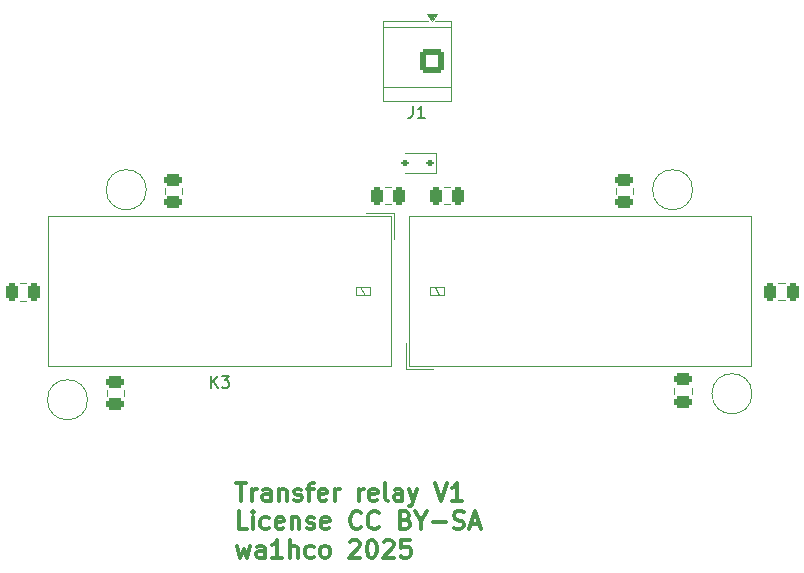
<source format=gbr>
%TF.GenerationSoftware,KiCad,Pcbnew,9.0.2-9.0.2-0~ubuntu24.04.1*%
%TF.CreationDate,2025-07-07T13:30:36-04:00*%
%TF.ProjectId,Transfer_G2RL,5472616e-7366-4657-925f-4732524c2e6b,rev?*%
%TF.SameCoordinates,Original*%
%TF.FileFunction,Legend,Top*%
%TF.FilePolarity,Positive*%
%FSLAX46Y46*%
G04 Gerber Fmt 4.6, Leading zero omitted, Abs format (unit mm)*
G04 Created by KiCad (PCBNEW 9.0.2-9.0.2-0~ubuntu24.04.1) date 2025-07-07 13:30:36*
%MOMM*%
%LPD*%
G01*
G04 APERTURE LIST*
G04 Aperture macros list*
%AMRoundRect*
0 Rectangle with rounded corners*
0 $1 Rounding radius*
0 $2 $3 $4 $5 $6 $7 $8 $9 X,Y pos of 4 corners*
0 Add a 4 corners polygon primitive as box body*
4,1,4,$2,$3,$4,$5,$6,$7,$8,$9,$2,$3,0*
0 Add four circle primitives for the rounded corners*
1,1,$1+$1,$2,$3*
1,1,$1+$1,$4,$5*
1,1,$1+$1,$6,$7*
1,1,$1+$1,$8,$9*
0 Add four rect primitives between the rounded corners*
20,1,$1+$1,$2,$3,$4,$5,0*
20,1,$1+$1,$4,$5,$6,$7,0*
20,1,$1+$1,$6,$7,$8,$9,0*
20,1,$1+$1,$8,$9,$2,$3,0*%
G04 Aperture macros list end*
%ADD10C,0.300000*%
%ADD11C,0.150000*%
%ADD12C,0.120000*%
%ADD13C,0.100000*%
%ADD14C,2.000000*%
%ADD15R,2.000000X2.000000*%
%ADD16RoundRect,0.250000X0.475000X-0.250000X0.475000X0.250000X-0.475000X0.250000X-0.475000X-0.250000X0*%
%ADD17C,6.500000*%
%ADD18C,1.000000*%
%ADD19RoundRect,0.250000X-0.250000X-0.475000X0.250000X-0.475000X0.250000X0.475000X-0.250000X0.475000X0*%
%ADD20RoundRect,0.250000X0.250000X0.475000X-0.250000X0.475000X-0.250000X-0.475000X0.250000X-0.475000X0*%
%ADD21C,3.000000*%
%ADD22RoundRect,0.112500X0.187500X0.112500X-0.187500X0.112500X-0.187500X-0.112500X0.187500X-0.112500X0*%
%ADD23RoundRect,0.250001X0.799999X0.799999X-0.799999X0.799999X-0.799999X-0.799999X0.799999X-0.799999X0*%
%ADD24C,2.100000*%
G04 APERTURE END LIST*
D10*
X123340225Y-116250996D02*
X124197368Y-116250996D01*
X123768796Y-117750996D02*
X123768796Y-116250996D01*
X124697367Y-117750996D02*
X124697367Y-116750996D01*
X124697367Y-117036710D02*
X124768796Y-116893853D01*
X124768796Y-116893853D02*
X124840225Y-116822425D01*
X124840225Y-116822425D02*
X124983082Y-116750996D01*
X124983082Y-116750996D02*
X125125939Y-116750996D01*
X126268796Y-117750996D02*
X126268796Y-116965282D01*
X126268796Y-116965282D02*
X126197367Y-116822425D01*
X126197367Y-116822425D02*
X126054510Y-116750996D01*
X126054510Y-116750996D02*
X125768796Y-116750996D01*
X125768796Y-116750996D02*
X125625938Y-116822425D01*
X126268796Y-117679568D02*
X126125938Y-117750996D01*
X126125938Y-117750996D02*
X125768796Y-117750996D01*
X125768796Y-117750996D02*
X125625938Y-117679568D01*
X125625938Y-117679568D02*
X125554510Y-117536710D01*
X125554510Y-117536710D02*
X125554510Y-117393853D01*
X125554510Y-117393853D02*
X125625938Y-117250996D01*
X125625938Y-117250996D02*
X125768796Y-117179568D01*
X125768796Y-117179568D02*
X126125938Y-117179568D01*
X126125938Y-117179568D02*
X126268796Y-117108139D01*
X126983081Y-116750996D02*
X126983081Y-117750996D01*
X126983081Y-116893853D02*
X127054510Y-116822425D01*
X127054510Y-116822425D02*
X127197367Y-116750996D01*
X127197367Y-116750996D02*
X127411653Y-116750996D01*
X127411653Y-116750996D02*
X127554510Y-116822425D01*
X127554510Y-116822425D02*
X127625939Y-116965282D01*
X127625939Y-116965282D02*
X127625939Y-117750996D01*
X128268796Y-117679568D02*
X128411653Y-117750996D01*
X128411653Y-117750996D02*
X128697367Y-117750996D01*
X128697367Y-117750996D02*
X128840224Y-117679568D01*
X128840224Y-117679568D02*
X128911653Y-117536710D01*
X128911653Y-117536710D02*
X128911653Y-117465282D01*
X128911653Y-117465282D02*
X128840224Y-117322425D01*
X128840224Y-117322425D02*
X128697367Y-117250996D01*
X128697367Y-117250996D02*
X128483082Y-117250996D01*
X128483082Y-117250996D02*
X128340224Y-117179568D01*
X128340224Y-117179568D02*
X128268796Y-117036710D01*
X128268796Y-117036710D02*
X128268796Y-116965282D01*
X128268796Y-116965282D02*
X128340224Y-116822425D01*
X128340224Y-116822425D02*
X128483082Y-116750996D01*
X128483082Y-116750996D02*
X128697367Y-116750996D01*
X128697367Y-116750996D02*
X128840224Y-116822425D01*
X129340225Y-116750996D02*
X129911653Y-116750996D01*
X129554510Y-117750996D02*
X129554510Y-116465282D01*
X129554510Y-116465282D02*
X129625939Y-116322425D01*
X129625939Y-116322425D02*
X129768796Y-116250996D01*
X129768796Y-116250996D02*
X129911653Y-116250996D01*
X130983082Y-117679568D02*
X130840225Y-117750996D01*
X130840225Y-117750996D02*
X130554511Y-117750996D01*
X130554511Y-117750996D02*
X130411653Y-117679568D01*
X130411653Y-117679568D02*
X130340225Y-117536710D01*
X130340225Y-117536710D02*
X130340225Y-116965282D01*
X130340225Y-116965282D02*
X130411653Y-116822425D01*
X130411653Y-116822425D02*
X130554511Y-116750996D01*
X130554511Y-116750996D02*
X130840225Y-116750996D01*
X130840225Y-116750996D02*
X130983082Y-116822425D01*
X130983082Y-116822425D02*
X131054511Y-116965282D01*
X131054511Y-116965282D02*
X131054511Y-117108139D01*
X131054511Y-117108139D02*
X130340225Y-117250996D01*
X131697367Y-117750996D02*
X131697367Y-116750996D01*
X131697367Y-117036710D02*
X131768796Y-116893853D01*
X131768796Y-116893853D02*
X131840225Y-116822425D01*
X131840225Y-116822425D02*
X131983082Y-116750996D01*
X131983082Y-116750996D02*
X132125939Y-116750996D01*
X133768795Y-117750996D02*
X133768795Y-116750996D01*
X133768795Y-117036710D02*
X133840224Y-116893853D01*
X133840224Y-116893853D02*
X133911653Y-116822425D01*
X133911653Y-116822425D02*
X134054510Y-116750996D01*
X134054510Y-116750996D02*
X134197367Y-116750996D01*
X135268795Y-117679568D02*
X135125938Y-117750996D01*
X135125938Y-117750996D02*
X134840224Y-117750996D01*
X134840224Y-117750996D02*
X134697366Y-117679568D01*
X134697366Y-117679568D02*
X134625938Y-117536710D01*
X134625938Y-117536710D02*
X134625938Y-116965282D01*
X134625938Y-116965282D02*
X134697366Y-116822425D01*
X134697366Y-116822425D02*
X134840224Y-116750996D01*
X134840224Y-116750996D02*
X135125938Y-116750996D01*
X135125938Y-116750996D02*
X135268795Y-116822425D01*
X135268795Y-116822425D02*
X135340224Y-116965282D01*
X135340224Y-116965282D02*
X135340224Y-117108139D01*
X135340224Y-117108139D02*
X134625938Y-117250996D01*
X136197366Y-117750996D02*
X136054509Y-117679568D01*
X136054509Y-117679568D02*
X135983080Y-117536710D01*
X135983080Y-117536710D02*
X135983080Y-116250996D01*
X137411652Y-117750996D02*
X137411652Y-116965282D01*
X137411652Y-116965282D02*
X137340223Y-116822425D01*
X137340223Y-116822425D02*
X137197366Y-116750996D01*
X137197366Y-116750996D02*
X136911652Y-116750996D01*
X136911652Y-116750996D02*
X136768794Y-116822425D01*
X137411652Y-117679568D02*
X137268794Y-117750996D01*
X137268794Y-117750996D02*
X136911652Y-117750996D01*
X136911652Y-117750996D02*
X136768794Y-117679568D01*
X136768794Y-117679568D02*
X136697366Y-117536710D01*
X136697366Y-117536710D02*
X136697366Y-117393853D01*
X136697366Y-117393853D02*
X136768794Y-117250996D01*
X136768794Y-117250996D02*
X136911652Y-117179568D01*
X136911652Y-117179568D02*
X137268794Y-117179568D01*
X137268794Y-117179568D02*
X137411652Y-117108139D01*
X137983080Y-116750996D02*
X138340223Y-117750996D01*
X138697366Y-116750996D02*
X138340223Y-117750996D01*
X138340223Y-117750996D02*
X138197366Y-118108139D01*
X138197366Y-118108139D02*
X138125937Y-118179568D01*
X138125937Y-118179568D02*
X137983080Y-118250996D01*
X140197366Y-116250996D02*
X140697366Y-117750996D01*
X140697366Y-117750996D02*
X141197366Y-116250996D01*
X142483080Y-117750996D02*
X141625937Y-117750996D01*
X142054508Y-117750996D02*
X142054508Y-116250996D01*
X142054508Y-116250996D02*
X141911651Y-116465282D01*
X141911651Y-116465282D02*
X141768794Y-116608139D01*
X141768794Y-116608139D02*
X141625937Y-116679568D01*
X124268796Y-120165912D02*
X123554510Y-120165912D01*
X123554510Y-120165912D02*
X123554510Y-118665912D01*
X124768796Y-120165912D02*
X124768796Y-119165912D01*
X124768796Y-118665912D02*
X124697368Y-118737341D01*
X124697368Y-118737341D02*
X124768796Y-118808769D01*
X124768796Y-118808769D02*
X124840225Y-118737341D01*
X124840225Y-118737341D02*
X124768796Y-118665912D01*
X124768796Y-118665912D02*
X124768796Y-118808769D01*
X126125940Y-120094484D02*
X125983082Y-120165912D01*
X125983082Y-120165912D02*
X125697368Y-120165912D01*
X125697368Y-120165912D02*
X125554511Y-120094484D01*
X125554511Y-120094484D02*
X125483082Y-120023055D01*
X125483082Y-120023055D02*
X125411654Y-119880198D01*
X125411654Y-119880198D02*
X125411654Y-119451626D01*
X125411654Y-119451626D02*
X125483082Y-119308769D01*
X125483082Y-119308769D02*
X125554511Y-119237341D01*
X125554511Y-119237341D02*
X125697368Y-119165912D01*
X125697368Y-119165912D02*
X125983082Y-119165912D01*
X125983082Y-119165912D02*
X126125940Y-119237341D01*
X127340225Y-120094484D02*
X127197368Y-120165912D01*
X127197368Y-120165912D02*
X126911654Y-120165912D01*
X126911654Y-120165912D02*
X126768796Y-120094484D01*
X126768796Y-120094484D02*
X126697368Y-119951626D01*
X126697368Y-119951626D02*
X126697368Y-119380198D01*
X126697368Y-119380198D02*
X126768796Y-119237341D01*
X126768796Y-119237341D02*
X126911654Y-119165912D01*
X126911654Y-119165912D02*
X127197368Y-119165912D01*
X127197368Y-119165912D02*
X127340225Y-119237341D01*
X127340225Y-119237341D02*
X127411654Y-119380198D01*
X127411654Y-119380198D02*
X127411654Y-119523055D01*
X127411654Y-119523055D02*
X126697368Y-119665912D01*
X128054510Y-119165912D02*
X128054510Y-120165912D01*
X128054510Y-119308769D02*
X128125939Y-119237341D01*
X128125939Y-119237341D02*
X128268796Y-119165912D01*
X128268796Y-119165912D02*
X128483082Y-119165912D01*
X128483082Y-119165912D02*
X128625939Y-119237341D01*
X128625939Y-119237341D02*
X128697368Y-119380198D01*
X128697368Y-119380198D02*
X128697368Y-120165912D01*
X129340225Y-120094484D02*
X129483082Y-120165912D01*
X129483082Y-120165912D02*
X129768796Y-120165912D01*
X129768796Y-120165912D02*
X129911653Y-120094484D01*
X129911653Y-120094484D02*
X129983082Y-119951626D01*
X129983082Y-119951626D02*
X129983082Y-119880198D01*
X129983082Y-119880198D02*
X129911653Y-119737341D01*
X129911653Y-119737341D02*
X129768796Y-119665912D01*
X129768796Y-119665912D02*
X129554511Y-119665912D01*
X129554511Y-119665912D02*
X129411653Y-119594484D01*
X129411653Y-119594484D02*
X129340225Y-119451626D01*
X129340225Y-119451626D02*
X129340225Y-119380198D01*
X129340225Y-119380198D02*
X129411653Y-119237341D01*
X129411653Y-119237341D02*
X129554511Y-119165912D01*
X129554511Y-119165912D02*
X129768796Y-119165912D01*
X129768796Y-119165912D02*
X129911653Y-119237341D01*
X131197368Y-120094484D02*
X131054511Y-120165912D01*
X131054511Y-120165912D02*
X130768797Y-120165912D01*
X130768797Y-120165912D02*
X130625939Y-120094484D01*
X130625939Y-120094484D02*
X130554511Y-119951626D01*
X130554511Y-119951626D02*
X130554511Y-119380198D01*
X130554511Y-119380198D02*
X130625939Y-119237341D01*
X130625939Y-119237341D02*
X130768797Y-119165912D01*
X130768797Y-119165912D02*
X131054511Y-119165912D01*
X131054511Y-119165912D02*
X131197368Y-119237341D01*
X131197368Y-119237341D02*
X131268797Y-119380198D01*
X131268797Y-119380198D02*
X131268797Y-119523055D01*
X131268797Y-119523055D02*
X130554511Y-119665912D01*
X133911653Y-120023055D02*
X133840225Y-120094484D01*
X133840225Y-120094484D02*
X133625939Y-120165912D01*
X133625939Y-120165912D02*
X133483082Y-120165912D01*
X133483082Y-120165912D02*
X133268796Y-120094484D01*
X133268796Y-120094484D02*
X133125939Y-119951626D01*
X133125939Y-119951626D02*
X133054510Y-119808769D01*
X133054510Y-119808769D02*
X132983082Y-119523055D01*
X132983082Y-119523055D02*
X132983082Y-119308769D01*
X132983082Y-119308769D02*
X133054510Y-119023055D01*
X133054510Y-119023055D02*
X133125939Y-118880198D01*
X133125939Y-118880198D02*
X133268796Y-118737341D01*
X133268796Y-118737341D02*
X133483082Y-118665912D01*
X133483082Y-118665912D02*
X133625939Y-118665912D01*
X133625939Y-118665912D02*
X133840225Y-118737341D01*
X133840225Y-118737341D02*
X133911653Y-118808769D01*
X135411653Y-120023055D02*
X135340225Y-120094484D01*
X135340225Y-120094484D02*
X135125939Y-120165912D01*
X135125939Y-120165912D02*
X134983082Y-120165912D01*
X134983082Y-120165912D02*
X134768796Y-120094484D01*
X134768796Y-120094484D02*
X134625939Y-119951626D01*
X134625939Y-119951626D02*
X134554510Y-119808769D01*
X134554510Y-119808769D02*
X134483082Y-119523055D01*
X134483082Y-119523055D02*
X134483082Y-119308769D01*
X134483082Y-119308769D02*
X134554510Y-119023055D01*
X134554510Y-119023055D02*
X134625939Y-118880198D01*
X134625939Y-118880198D02*
X134768796Y-118737341D01*
X134768796Y-118737341D02*
X134983082Y-118665912D01*
X134983082Y-118665912D02*
X135125939Y-118665912D01*
X135125939Y-118665912D02*
X135340225Y-118737341D01*
X135340225Y-118737341D02*
X135411653Y-118808769D01*
X137697367Y-119380198D02*
X137911653Y-119451626D01*
X137911653Y-119451626D02*
X137983082Y-119523055D01*
X137983082Y-119523055D02*
X138054510Y-119665912D01*
X138054510Y-119665912D02*
X138054510Y-119880198D01*
X138054510Y-119880198D02*
X137983082Y-120023055D01*
X137983082Y-120023055D02*
X137911653Y-120094484D01*
X137911653Y-120094484D02*
X137768796Y-120165912D01*
X137768796Y-120165912D02*
X137197367Y-120165912D01*
X137197367Y-120165912D02*
X137197367Y-118665912D01*
X137197367Y-118665912D02*
X137697367Y-118665912D01*
X137697367Y-118665912D02*
X137840225Y-118737341D01*
X137840225Y-118737341D02*
X137911653Y-118808769D01*
X137911653Y-118808769D02*
X137983082Y-118951626D01*
X137983082Y-118951626D02*
X137983082Y-119094484D01*
X137983082Y-119094484D02*
X137911653Y-119237341D01*
X137911653Y-119237341D02*
X137840225Y-119308769D01*
X137840225Y-119308769D02*
X137697367Y-119380198D01*
X137697367Y-119380198D02*
X137197367Y-119380198D01*
X138983082Y-119451626D02*
X138983082Y-120165912D01*
X138483082Y-118665912D02*
X138983082Y-119451626D01*
X138983082Y-119451626D02*
X139483082Y-118665912D01*
X139983081Y-119594484D02*
X141125939Y-119594484D01*
X141768796Y-120094484D02*
X141983082Y-120165912D01*
X141983082Y-120165912D02*
X142340224Y-120165912D01*
X142340224Y-120165912D02*
X142483082Y-120094484D01*
X142483082Y-120094484D02*
X142554510Y-120023055D01*
X142554510Y-120023055D02*
X142625939Y-119880198D01*
X142625939Y-119880198D02*
X142625939Y-119737341D01*
X142625939Y-119737341D02*
X142554510Y-119594484D01*
X142554510Y-119594484D02*
X142483082Y-119523055D01*
X142483082Y-119523055D02*
X142340224Y-119451626D01*
X142340224Y-119451626D02*
X142054510Y-119380198D01*
X142054510Y-119380198D02*
X141911653Y-119308769D01*
X141911653Y-119308769D02*
X141840224Y-119237341D01*
X141840224Y-119237341D02*
X141768796Y-119094484D01*
X141768796Y-119094484D02*
X141768796Y-118951626D01*
X141768796Y-118951626D02*
X141840224Y-118808769D01*
X141840224Y-118808769D02*
X141911653Y-118737341D01*
X141911653Y-118737341D02*
X142054510Y-118665912D01*
X142054510Y-118665912D02*
X142411653Y-118665912D01*
X142411653Y-118665912D02*
X142625939Y-118737341D01*
X143197367Y-119737341D02*
X143911653Y-119737341D01*
X143054510Y-120165912D02*
X143554510Y-118665912D01*
X143554510Y-118665912D02*
X144054510Y-120165912D01*
X123411653Y-121580828D02*
X123697368Y-122580828D01*
X123697368Y-122580828D02*
X123983082Y-121866542D01*
X123983082Y-121866542D02*
X124268796Y-122580828D01*
X124268796Y-122580828D02*
X124554510Y-121580828D01*
X125768797Y-122580828D02*
X125768797Y-121795114D01*
X125768797Y-121795114D02*
X125697368Y-121652257D01*
X125697368Y-121652257D02*
X125554511Y-121580828D01*
X125554511Y-121580828D02*
X125268797Y-121580828D01*
X125268797Y-121580828D02*
X125125939Y-121652257D01*
X125768797Y-122509400D02*
X125625939Y-122580828D01*
X125625939Y-122580828D02*
X125268797Y-122580828D01*
X125268797Y-122580828D02*
X125125939Y-122509400D01*
X125125939Y-122509400D02*
X125054511Y-122366542D01*
X125054511Y-122366542D02*
X125054511Y-122223685D01*
X125054511Y-122223685D02*
X125125939Y-122080828D01*
X125125939Y-122080828D02*
X125268797Y-122009400D01*
X125268797Y-122009400D02*
X125625939Y-122009400D01*
X125625939Y-122009400D02*
X125768797Y-121937971D01*
X127268797Y-122580828D02*
X126411654Y-122580828D01*
X126840225Y-122580828D02*
X126840225Y-121080828D01*
X126840225Y-121080828D02*
X126697368Y-121295114D01*
X126697368Y-121295114D02*
X126554511Y-121437971D01*
X126554511Y-121437971D02*
X126411654Y-121509400D01*
X127911653Y-122580828D02*
X127911653Y-121080828D01*
X128554511Y-122580828D02*
X128554511Y-121795114D01*
X128554511Y-121795114D02*
X128483082Y-121652257D01*
X128483082Y-121652257D02*
X128340225Y-121580828D01*
X128340225Y-121580828D02*
X128125939Y-121580828D01*
X128125939Y-121580828D02*
X127983082Y-121652257D01*
X127983082Y-121652257D02*
X127911653Y-121723685D01*
X129911654Y-122509400D02*
X129768796Y-122580828D01*
X129768796Y-122580828D02*
X129483082Y-122580828D01*
X129483082Y-122580828D02*
X129340225Y-122509400D01*
X129340225Y-122509400D02*
X129268796Y-122437971D01*
X129268796Y-122437971D02*
X129197368Y-122295114D01*
X129197368Y-122295114D02*
X129197368Y-121866542D01*
X129197368Y-121866542D02*
X129268796Y-121723685D01*
X129268796Y-121723685D02*
X129340225Y-121652257D01*
X129340225Y-121652257D02*
X129483082Y-121580828D01*
X129483082Y-121580828D02*
X129768796Y-121580828D01*
X129768796Y-121580828D02*
X129911654Y-121652257D01*
X130768796Y-122580828D02*
X130625939Y-122509400D01*
X130625939Y-122509400D02*
X130554510Y-122437971D01*
X130554510Y-122437971D02*
X130483082Y-122295114D01*
X130483082Y-122295114D02*
X130483082Y-121866542D01*
X130483082Y-121866542D02*
X130554510Y-121723685D01*
X130554510Y-121723685D02*
X130625939Y-121652257D01*
X130625939Y-121652257D02*
X130768796Y-121580828D01*
X130768796Y-121580828D02*
X130983082Y-121580828D01*
X130983082Y-121580828D02*
X131125939Y-121652257D01*
X131125939Y-121652257D02*
X131197368Y-121723685D01*
X131197368Y-121723685D02*
X131268796Y-121866542D01*
X131268796Y-121866542D02*
X131268796Y-122295114D01*
X131268796Y-122295114D02*
X131197368Y-122437971D01*
X131197368Y-122437971D02*
X131125939Y-122509400D01*
X131125939Y-122509400D02*
X130983082Y-122580828D01*
X130983082Y-122580828D02*
X130768796Y-122580828D01*
X132983082Y-121223685D02*
X133054510Y-121152257D01*
X133054510Y-121152257D02*
X133197368Y-121080828D01*
X133197368Y-121080828D02*
X133554510Y-121080828D01*
X133554510Y-121080828D02*
X133697368Y-121152257D01*
X133697368Y-121152257D02*
X133768796Y-121223685D01*
X133768796Y-121223685D02*
X133840225Y-121366542D01*
X133840225Y-121366542D02*
X133840225Y-121509400D01*
X133840225Y-121509400D02*
X133768796Y-121723685D01*
X133768796Y-121723685D02*
X132911653Y-122580828D01*
X132911653Y-122580828D02*
X133840225Y-122580828D01*
X134768796Y-121080828D02*
X134911653Y-121080828D01*
X134911653Y-121080828D02*
X135054510Y-121152257D01*
X135054510Y-121152257D02*
X135125939Y-121223685D01*
X135125939Y-121223685D02*
X135197367Y-121366542D01*
X135197367Y-121366542D02*
X135268796Y-121652257D01*
X135268796Y-121652257D02*
X135268796Y-122009400D01*
X135268796Y-122009400D02*
X135197367Y-122295114D01*
X135197367Y-122295114D02*
X135125939Y-122437971D01*
X135125939Y-122437971D02*
X135054510Y-122509400D01*
X135054510Y-122509400D02*
X134911653Y-122580828D01*
X134911653Y-122580828D02*
X134768796Y-122580828D01*
X134768796Y-122580828D02*
X134625939Y-122509400D01*
X134625939Y-122509400D02*
X134554510Y-122437971D01*
X134554510Y-122437971D02*
X134483081Y-122295114D01*
X134483081Y-122295114D02*
X134411653Y-122009400D01*
X134411653Y-122009400D02*
X134411653Y-121652257D01*
X134411653Y-121652257D02*
X134483081Y-121366542D01*
X134483081Y-121366542D02*
X134554510Y-121223685D01*
X134554510Y-121223685D02*
X134625939Y-121152257D01*
X134625939Y-121152257D02*
X134768796Y-121080828D01*
X135840224Y-121223685D02*
X135911652Y-121152257D01*
X135911652Y-121152257D02*
X136054510Y-121080828D01*
X136054510Y-121080828D02*
X136411652Y-121080828D01*
X136411652Y-121080828D02*
X136554510Y-121152257D01*
X136554510Y-121152257D02*
X136625938Y-121223685D01*
X136625938Y-121223685D02*
X136697367Y-121366542D01*
X136697367Y-121366542D02*
X136697367Y-121509400D01*
X136697367Y-121509400D02*
X136625938Y-121723685D01*
X136625938Y-121723685D02*
X135768795Y-122580828D01*
X135768795Y-122580828D02*
X136697367Y-122580828D01*
X138054509Y-121080828D02*
X137340223Y-121080828D01*
X137340223Y-121080828D02*
X137268795Y-121795114D01*
X137268795Y-121795114D02*
X137340223Y-121723685D01*
X137340223Y-121723685D02*
X137483081Y-121652257D01*
X137483081Y-121652257D02*
X137840223Y-121652257D01*
X137840223Y-121652257D02*
X137983081Y-121723685D01*
X137983081Y-121723685D02*
X138054509Y-121795114D01*
X138054509Y-121795114D02*
X138125938Y-121937971D01*
X138125938Y-121937971D02*
X138125938Y-122295114D01*
X138125938Y-122295114D02*
X138054509Y-122437971D01*
X138054509Y-122437971D02*
X137983081Y-122509400D01*
X137983081Y-122509400D02*
X137840223Y-122580828D01*
X137840223Y-122580828D02*
X137483081Y-122580828D01*
X137483081Y-122580828D02*
X137340223Y-122509400D01*
X137340223Y-122509400D02*
X137268795Y-122437971D01*
D11*
X121221905Y-108204819D02*
X121221905Y-107204819D01*
X121793333Y-108204819D02*
X121364762Y-107633390D01*
X121793333Y-107204819D02*
X121221905Y-107776247D01*
X122126667Y-107204819D02*
X122745714Y-107204819D01*
X122745714Y-107204819D02*
X122412381Y-107585771D01*
X122412381Y-107585771D02*
X122555238Y-107585771D01*
X122555238Y-107585771D02*
X122650476Y-107633390D01*
X122650476Y-107633390D02*
X122698095Y-107681009D01*
X122698095Y-107681009D02*
X122745714Y-107776247D01*
X122745714Y-107776247D02*
X122745714Y-108014342D01*
X122745714Y-108014342D02*
X122698095Y-108109580D01*
X122698095Y-108109580D02*
X122650476Y-108157200D01*
X122650476Y-108157200D02*
X122555238Y-108204819D01*
X122555238Y-108204819D02*
X122269524Y-108204819D01*
X122269524Y-108204819D02*
X122174286Y-108157200D01*
X122174286Y-108157200D02*
X122126667Y-108109580D01*
X138316666Y-84344819D02*
X138316666Y-85059104D01*
X138316666Y-85059104D02*
X138269047Y-85201961D01*
X138269047Y-85201961D02*
X138173809Y-85297200D01*
X138173809Y-85297200D02*
X138030952Y-85344819D01*
X138030952Y-85344819D02*
X137935714Y-85344819D01*
X139316666Y-85344819D02*
X138745238Y-85344819D01*
X139030952Y-85344819D02*
X139030952Y-84344819D01*
X139030952Y-84344819D02*
X138935714Y-84487676D01*
X138935714Y-84487676D02*
X138840476Y-84582914D01*
X138840476Y-84582914D02*
X138745238Y-84630533D01*
D12*
%TO.C,K3*%
X136700000Y-93410000D02*
X136700000Y-95600000D01*
X134360000Y-93410000D02*
X136700000Y-93410000D01*
X136460000Y-93650000D02*
X107460000Y-93650000D01*
X107460000Y-93650000D02*
X107460000Y-106350000D01*
X134660000Y-99650000D02*
X133460000Y-99650000D01*
X133860000Y-99650000D02*
X134260000Y-100350000D01*
X133460000Y-99650000D02*
X133460000Y-100350000D01*
X134660000Y-100350000D02*
X134660000Y-99650000D01*
X133460000Y-100350000D02*
X134660000Y-100350000D01*
X136460000Y-106350000D02*
X136460000Y-93650000D01*
X107460000Y-106350000D02*
X136460000Y-106350000D01*
%TO.C,C5*%
X112390000Y-108886252D02*
X112390000Y-108363748D01*
X113860000Y-108886252D02*
X113860000Y-108363748D01*
%TO.C,C6*%
X169263748Y-99340000D02*
X169786252Y-99340000D01*
X169263748Y-100810000D02*
X169786252Y-100810000D01*
%TO.C,C4*%
X105561252Y-100835000D02*
X105038748Y-100835000D01*
X105561252Y-99365000D02*
X105038748Y-99365000D01*
%TO.C,C3*%
X117290000Y-91811252D02*
X117290000Y-91288748D01*
X118760000Y-91811252D02*
X118760000Y-91288748D01*
%TO.C,C2*%
X155490000Y-91786252D02*
X155490000Y-91263748D01*
X156960000Y-91786252D02*
X156960000Y-91263748D01*
%TO.C,C1*%
X160440000Y-108711252D02*
X160440000Y-108188748D01*
X161910000Y-108711252D02*
X161910000Y-108188748D01*
%TO.C,C14*%
X136461252Y-92685000D02*
X135938748Y-92685000D01*
X136461252Y-91215000D02*
X135938748Y-91215000D01*
%TO.C,K2*%
X137710000Y-106590000D02*
X137710000Y-104400000D01*
X140050000Y-106590000D02*
X137710000Y-106590000D01*
X137950000Y-106350000D02*
X166950000Y-106350000D01*
X166950000Y-106350000D02*
X166950000Y-93650000D01*
X139750000Y-100350000D02*
X140950000Y-100350000D01*
X140550000Y-100350000D02*
X140150000Y-99650000D01*
X140950000Y-100350000D02*
X140950000Y-99650000D01*
X139750000Y-99650000D02*
X139750000Y-100350000D01*
X140950000Y-99650000D02*
X139750000Y-99650000D01*
X137950000Y-93650000D02*
X137950000Y-106350000D01*
X166950000Y-93650000D02*
X137950000Y-93650000D01*
%TO.C,H1*%
X167028600Y-108712000D02*
G75*
G02*
X163628600Y-108712000I-1700000J0D01*
G01*
X163628600Y-108712000D02*
G75*
G02*
X167028600Y-108712000I1700000J0D01*
G01*
%TO.C,H4*%
X162000000Y-91440000D02*
G75*
G02*
X158600000Y-91440000I-1700000J0D01*
G01*
X158600000Y-91440000D02*
G75*
G02*
X162000000Y-91440000I1700000J0D01*
G01*
%TO.C,H3*%
X110767600Y-109220000D02*
G75*
G02*
X107367600Y-109220000I-1700000J0D01*
G01*
X107367600Y-109220000D02*
G75*
G02*
X110767600Y-109220000I1700000J0D01*
G01*
%TO.C,D1*%
X140294000Y-90004000D02*
X140294000Y-88304000D01*
X140294000Y-90004000D02*
X137634000Y-90004000D01*
X140294000Y-88304000D02*
X137634000Y-88304000D01*
%TO.C,H2*%
X115746000Y-91440000D02*
G75*
G02*
X112346000Y-91440000I-1700000J0D01*
G01*
X112346000Y-91440000D02*
G75*
G02*
X115746000Y-91440000I1700000J0D01*
G01*
%TO.C,J1*%
X141540000Y-83890000D02*
X141540000Y-77150000D01*
X141540000Y-83890000D02*
X135760000Y-83890000D01*
X141540000Y-82770000D02*
X135760000Y-82770000D01*
X141540000Y-77670000D02*
X135760000Y-77670000D01*
X141540000Y-77150000D02*
X140220000Y-77150000D01*
X139620000Y-77150000D02*
X135760000Y-77150000D01*
X135760000Y-83890000D02*
X135760000Y-77150000D01*
X139920000Y-77150000D02*
X139480000Y-76540000D01*
X140360000Y-76540000D01*
X139920000Y-77150000D01*
G36*
X139920000Y-77150000D02*
G01*
X139480000Y-76540000D01*
X140360000Y-76540000D01*
X139920000Y-77150000D01*
G37*
%TO.C,C8*%
X140962748Y-91213000D02*
X141485252Y-91213000D01*
X140962748Y-92683000D02*
X141485252Y-92683000D01*
%TD*%
%LPC*%
D13*
X153900000Y-102000000D02*
X156800000Y-102000000D01*
X153900000Y-102000000D01*
X153900000Y-98000000D02*
X156800000Y-98000000D01*
X153900000Y-98000000D01*
D14*
%TO.C,K3*%
X114060000Y-96250000D03*
X114060000Y-103750000D03*
X119060000Y-96250000D03*
X119060000Y-103750000D03*
X109060000Y-96250000D03*
X109060000Y-103750000D03*
D15*
X134060000Y-96250000D03*
D14*
X134060000Y-103750000D03*
%TD*%
D16*
%TO.C,C5*%
X113125000Y-109575000D03*
X113125000Y-107675000D03*
%TD*%
D17*
%TO.C,J8*%
X105185818Y-89343989D03*
D18*
X105185818Y-80343989D03*
D17*
X105185818Y-71343989D03*
D18*
X105885818Y-83743989D03*
X105885818Y-76843989D03*
X110885818Y-71843989D03*
X114185818Y-71243989D03*
X117685818Y-71943989D03*
X122385818Y-76743989D03*
X122485818Y-83743989D03*
D17*
X123185818Y-89343989D03*
D18*
X123185818Y-80343989D03*
D17*
X123185818Y-71343989D03*
%TD*%
D19*
%TO.C,C6*%
X168575000Y-100075000D03*
X170475000Y-100075000D03*
%TD*%
D20*
%TO.C,C4*%
X106250000Y-100100000D03*
X104350000Y-100100000D03*
%TD*%
D16*
%TO.C,C3*%
X118025000Y-92500000D03*
X118025000Y-90600000D03*
%TD*%
%TO.C,C2*%
X156225000Y-92475000D03*
X156225000Y-90575000D03*
%TD*%
%TO.C,C1*%
X161175000Y-109400000D03*
X161175000Y-107500000D03*
%TD*%
D20*
%TO.C,C14*%
X137150000Y-91950000D03*
X135250000Y-91950000D03*
%TD*%
D14*
%TO.C,K2*%
X160350000Y-103750000D03*
X160350000Y-96250000D03*
X155350000Y-103750000D03*
X155350000Y-96250000D03*
X165350000Y-103750000D03*
X165350000Y-96250000D03*
D15*
X140350000Y-103750000D03*
D14*
X140350000Y-96250000D03*
%TD*%
D21*
%TO.C,H1*%
X165328600Y-108712000D03*
%TD*%
D17*
%TO.C,J5*%
X151159818Y-89039189D03*
D18*
X151159818Y-80039189D03*
D17*
X151159818Y-71039189D03*
D18*
X151859818Y-83439189D03*
X151859818Y-76539189D03*
X156859818Y-71539189D03*
X160159818Y-70939189D03*
X163659818Y-71639189D03*
X168359818Y-76439189D03*
X168459818Y-83439189D03*
D17*
X169159818Y-89039189D03*
D18*
X169159818Y-80039189D03*
D17*
X169159818Y-71039189D03*
%TD*%
D21*
%TO.C,H4*%
X160300000Y-91440000D03*
%TD*%
%TO.C,H3*%
X109067600Y-109220000D03*
%TD*%
D22*
%TO.C,D1*%
X139734000Y-89154000D03*
X137634000Y-89154000D03*
%TD*%
D21*
%TO.C,H2*%
X114046000Y-91440000D03*
%TD*%
D23*
%TO.C,J1*%
X139920000Y-80520000D03*
D24*
X137380000Y-80520000D03*
%TD*%
D19*
%TO.C,C8*%
X140274000Y-91948000D03*
X142174000Y-91948000D03*
%TD*%
D17*
%TO.C,J6*%
X174328600Y-110751139D03*
D18*
X174328600Y-119751139D03*
D17*
X174328600Y-128751139D03*
D18*
X173628600Y-116351139D03*
X173628600Y-123251139D03*
X168628600Y-128251139D03*
X165328600Y-128851139D03*
X161828600Y-128151139D03*
X157128600Y-123351139D03*
X157028600Y-116351139D03*
D17*
X156328600Y-110751139D03*
D18*
X156328600Y-119751139D03*
D17*
X156328600Y-128751139D03*
%TD*%
%TO.C,J7*%
X118067600Y-110751139D03*
D18*
X118067600Y-119751139D03*
D17*
X118067600Y-128751139D03*
D18*
X117367600Y-116351139D03*
X117367600Y-123251139D03*
X112367600Y-128251139D03*
X109067600Y-128851139D03*
X105567600Y-128151139D03*
X100867600Y-123351139D03*
X100767600Y-116351139D03*
D17*
X100067600Y-110751139D03*
D18*
X100067600Y-119751139D03*
D17*
X100067600Y-128751139D03*
%TD*%
%LPD*%
M02*

</source>
